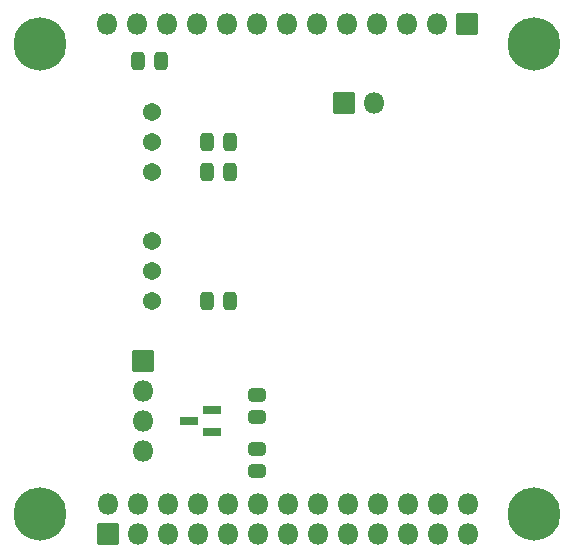
<source format=gts>
G04 #@! TF.GenerationSoftware,KiCad,Pcbnew,6.0.11*
G04 #@! TF.CreationDate,2025-10-14T23:18:51+03:00*
G04 #@! TF.ProjectId,rns-gate,726e732d-6761-4746-952e-6b696361645f,rev?*
G04 #@! TF.SameCoordinates,Original*
G04 #@! TF.FileFunction,Soldermask,Top*
G04 #@! TF.FilePolarity,Negative*
%FSLAX46Y46*%
G04 Gerber Fmt 4.6, Leading zero omitted, Abs format (unit mm)*
G04 Created by KiCad (PCBNEW 6.0.11) date 2025-10-14 23:18:51*
%MOMM*%
%LPD*%
G01*
G04 APERTURE LIST*
G04 Aperture macros list*
%AMRoundRect*
0 Rectangle with rounded corners*
0 $1 Rounding radius*
0 $2 $3 $4 $5 $6 $7 $8 $9 X,Y pos of 4 corners*
0 Add a 4 corners polygon primitive as box body*
4,1,4,$2,$3,$4,$5,$6,$7,$8,$9,$2,$3,0*
0 Add four circle primitives for the rounded corners*
1,1,$1+$1,$2,$3*
1,1,$1+$1,$4,$5*
1,1,$1+$1,$6,$7*
1,1,$1+$1,$8,$9*
0 Add four rect primitives between the rounded corners*
20,1,$1+$1,$2,$3,$4,$5,0*
20,1,$1+$1,$4,$5,$6,$7,0*
20,1,$1+$1,$6,$7,$8,$9,0*
20,1,$1+$1,$8,$9,$2,$3,0*%
G04 Aperture macros list end*
%ADD10RoundRect,0.051000X0.850000X-0.850000X0.850000X0.850000X-0.850000X0.850000X-0.850000X-0.850000X0*%
%ADD11O,1.802000X1.802000*%
%ADD12RoundRect,0.051000X-0.850000X0.850000X-0.850000X-0.850000X0.850000X-0.850000X0.850000X0.850000X0*%
%ADD13C,0.802000*%
%ADD14C,4.502000*%
%ADD15C,1.542000*%
%ADD16RoundRect,0.051000X-0.850000X-0.850000X0.850000X-0.850000X0.850000X0.850000X-0.850000X0.850000X0*%
%ADD17RoundRect,0.301000X-0.450000X0.262500X-0.450000X-0.262500X0.450000X-0.262500X0.450000X0.262500X0*%
%ADD18RoundRect,0.301000X-0.250000X-0.475000X0.250000X-0.475000X0.250000X0.475000X-0.250000X0.475000X0*%
%ADD19RoundRect,0.301000X0.250000X0.475000X-0.250000X0.475000X-0.250000X-0.475000X0.250000X-0.475000X0*%
%ADD20RoundRect,0.201000X0.587500X0.150000X-0.587500X0.150000X-0.587500X-0.150000X0.587500X-0.150000X0*%
G04 APERTURE END LIST*
D10*
G04 #@! TO.C,J2*
X170708000Y-95410000D03*
D11*
X170708000Y-92870000D03*
X173248000Y-95410000D03*
X173248000Y-92870000D03*
X175788000Y-95410000D03*
X175788000Y-92870000D03*
X178328000Y-95410000D03*
X178328000Y-92870000D03*
X180868000Y-95410000D03*
X180868000Y-92870000D03*
X183408000Y-95410000D03*
X183408000Y-92870000D03*
X185948000Y-95410000D03*
X185948000Y-92870000D03*
X188488000Y-95410000D03*
X188488000Y-92870000D03*
X191028000Y-95410000D03*
X191028000Y-92870000D03*
X193568000Y-95410000D03*
X193568000Y-92870000D03*
X196108000Y-95410000D03*
X196108000Y-92870000D03*
X198648000Y-95410000D03*
X198648000Y-92870000D03*
X201188000Y-95410000D03*
X201188000Y-92870000D03*
G04 #@! TD*
D12*
G04 #@! TO.C,J1*
X201158000Y-52210000D03*
D11*
X198618000Y-52210000D03*
X196078000Y-52210000D03*
X193538000Y-52210000D03*
X190998000Y-52210000D03*
X188458000Y-52210000D03*
X185918000Y-52210000D03*
X183378000Y-52210000D03*
X180838000Y-52210000D03*
X178298000Y-52210000D03*
X175758000Y-52210000D03*
X173218000Y-52210000D03*
X170678000Y-52210000D03*
G04 #@! TD*
D13*
G04 #@! TO.C,REF1*
X166166726Y-52743274D03*
X165000000Y-55560000D03*
D14*
X165000000Y-53910000D03*
D13*
X163833274Y-55076726D03*
X166650000Y-53910000D03*
X163350000Y-53910000D03*
X163833274Y-52743274D03*
X165000000Y-52260000D03*
X166166726Y-55076726D03*
G04 #@! TD*
G04 #@! TO.C,REF3*
X166166726Y-92543274D03*
X165000000Y-95360000D03*
X163350000Y-93710000D03*
X166166726Y-94876726D03*
X165000000Y-92060000D03*
X163833274Y-92543274D03*
X166650000Y-93710000D03*
X163833274Y-94876726D03*
D14*
X165000000Y-93710000D03*
G04 #@! TD*
D13*
G04 #@! TO.C,REF2*
X208450000Y-53910000D03*
X206800000Y-55560000D03*
X207966726Y-52743274D03*
X206800000Y-52260000D03*
D14*
X206800000Y-53910000D03*
D13*
X205150000Y-53910000D03*
X205633274Y-52743274D03*
X207966726Y-55076726D03*
X205633274Y-55076726D03*
G04 #@! TD*
G04 #@! TO.C,REF4*
X205633274Y-94876726D03*
X207966726Y-92543274D03*
X206800000Y-92060000D03*
X208450000Y-93710000D03*
X205150000Y-93710000D03*
X205633274Y-92543274D03*
X206800000Y-95360000D03*
D14*
X206800000Y-93710000D03*
D13*
X207966726Y-94876726D03*
G04 #@! TD*
D10*
G04 #@! TO.C,J3*
X190749000Y-58928000D03*
D11*
X193289000Y-58928000D03*
G04 #@! TD*
D15*
G04 #@! TO.C,RV2*
X174498000Y-64780000D03*
X174498000Y-62240000D03*
X174498000Y-59700000D03*
G04 #@! TD*
D16*
G04 #@! TO.C,J5*
X173736000Y-80782000D03*
D11*
X173736000Y-83322000D03*
X173736000Y-85862000D03*
X173736000Y-88402000D03*
G04 #@! TD*
D17*
G04 #@! TO.C,R2*
X183388000Y-83669500D03*
X183388000Y-85494500D03*
G04 #@! TD*
D18*
G04 #@! TO.C,C4*
X179136000Y-75692000D03*
X181036000Y-75692000D03*
G04 #@! TD*
D19*
G04 #@! TO.C,C1*
X181036000Y-64770000D03*
X179136000Y-64770000D03*
G04 #@! TD*
D17*
G04 #@! TO.C,R1*
X183388000Y-88241500D03*
X183388000Y-90066500D03*
G04 #@! TD*
D15*
G04 #@! TO.C,RV1*
X174498000Y-75702000D03*
X174498000Y-73162000D03*
X174498000Y-70622000D03*
G04 #@! TD*
D19*
G04 #@! TO.C,C3*
X175194000Y-55372000D03*
X173294000Y-55372000D03*
G04 #@! TD*
D20*
G04 #@! TO.C,Q1*
X179499500Y-86802000D03*
X179499500Y-84902000D03*
X177624500Y-85852000D03*
G04 #@! TD*
D18*
G04 #@! TO.C,C2*
X179136000Y-62230000D03*
X181036000Y-62230000D03*
G04 #@! TD*
M02*

</source>
